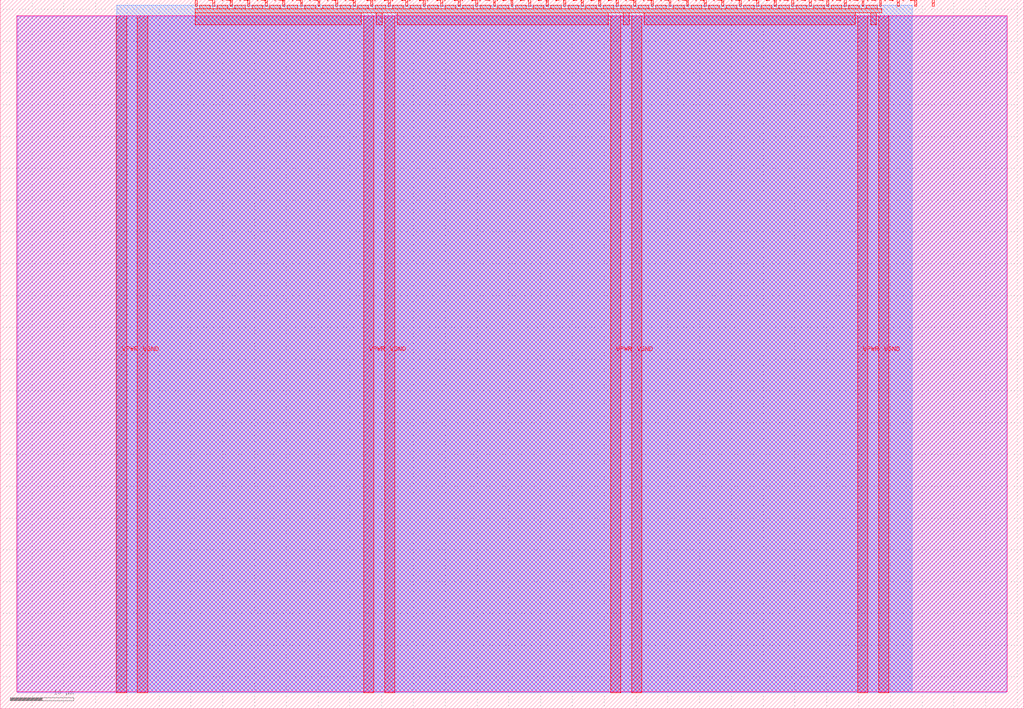
<source format=lef>
VERSION 5.7 ;
  NOWIREEXTENSIONATPIN ON ;
  DIVIDERCHAR "/" ;
  BUSBITCHARS "[]" ;
MACRO tt_um_wokwi_422962904571040769
  CLASS BLOCK ;
  FOREIGN tt_um_wokwi_422962904571040769 ;
  ORIGIN 0.000 0.000 ;
  SIZE 161.000 BY 111.520 ;
  PIN VGND
    DIRECTION INOUT ;
    USE GROUND ;
    PORT
      LAYER met4 ;
        RECT 21.580 2.480 23.180 109.040 ;
    END
    PORT
      LAYER met4 ;
        RECT 60.450 2.480 62.050 109.040 ;
    END
    PORT
      LAYER met4 ;
        RECT 99.320 2.480 100.920 109.040 ;
    END
    PORT
      LAYER met4 ;
        RECT 138.190 2.480 139.790 109.040 ;
    END
  END VGND
  PIN VPWR
    DIRECTION INOUT ;
    USE POWER ;
    PORT
      LAYER met4 ;
        RECT 18.280 2.480 19.880 109.040 ;
    END
    PORT
      LAYER met4 ;
        RECT 57.150 2.480 58.750 109.040 ;
    END
    PORT
      LAYER met4 ;
        RECT 96.020 2.480 97.620 109.040 ;
    END
    PORT
      LAYER met4 ;
        RECT 134.890 2.480 136.490 109.040 ;
    END
  END VPWR
  PIN clk
    DIRECTION INPUT ;
    USE SIGNAL ;
    PORT
      LAYER met4 ;
        RECT 143.830 110.520 144.130 111.520 ;
    END
  END clk
  PIN ena
    DIRECTION INPUT ;
    USE SIGNAL ;
    PORT
      LAYER met4 ;
        RECT 146.590 110.520 146.890 111.520 ;
    END
  END ena
  PIN rst_n
    DIRECTION INPUT ;
    USE SIGNAL ;
    PORT
      LAYER met4 ;
        RECT 141.070 110.520 141.370 111.520 ;
    END
  END rst_n
  PIN ui_in[0]
    DIRECTION INPUT ;
    USE SIGNAL ;
    ANTENNAGATEAREA 0.196500 ;
    PORT
      LAYER met4 ;
        RECT 138.310 110.520 138.610 111.520 ;
    END
  END ui_in[0]
  PIN ui_in[1]
    DIRECTION INPUT ;
    USE SIGNAL ;
    ANTENNAGATEAREA 0.196500 ;
    PORT
      LAYER met4 ;
        RECT 135.550 110.520 135.850 111.520 ;
    END
  END ui_in[1]
  PIN ui_in[2]
    DIRECTION INPUT ;
    USE SIGNAL ;
    ANTENNAGATEAREA 0.196500 ;
    PORT
      LAYER met4 ;
        RECT 132.790 110.520 133.090 111.520 ;
    END
  END ui_in[2]
  PIN ui_in[3]
    DIRECTION INPUT ;
    USE SIGNAL ;
    ANTENNAGATEAREA 0.196500 ;
    PORT
      LAYER met4 ;
        RECT 130.030 110.520 130.330 111.520 ;
    END
  END ui_in[3]
  PIN ui_in[4]
    DIRECTION INPUT ;
    USE SIGNAL ;
    ANTENNAGATEAREA 0.196500 ;
    PORT
      LAYER met4 ;
        RECT 127.270 110.520 127.570 111.520 ;
    END
  END ui_in[4]
  PIN ui_in[5]
    DIRECTION INPUT ;
    USE SIGNAL ;
    ANTENNAGATEAREA 0.196500 ;
    PORT
      LAYER met4 ;
        RECT 124.510 110.520 124.810 111.520 ;
    END
  END ui_in[5]
  PIN ui_in[6]
    DIRECTION INPUT ;
    USE SIGNAL ;
    ANTENNAGATEAREA 0.196500 ;
    PORT
      LAYER met4 ;
        RECT 121.750 110.520 122.050 111.520 ;
    END
  END ui_in[6]
  PIN ui_in[7]
    DIRECTION INPUT ;
    USE SIGNAL ;
    ANTENNAGATEAREA 0.196500 ;
    PORT
      LAYER met4 ;
        RECT 118.990 110.520 119.290 111.520 ;
    END
  END ui_in[7]
  PIN uio_in[0]
    DIRECTION INPUT ;
    USE SIGNAL ;
    PORT
      LAYER met4 ;
        RECT 116.230 110.520 116.530 111.520 ;
    END
  END uio_in[0]
  PIN uio_in[1]
    DIRECTION INPUT ;
    USE SIGNAL ;
    PORT
      LAYER met4 ;
        RECT 113.470 110.520 113.770 111.520 ;
    END
  END uio_in[1]
  PIN uio_in[2]
    DIRECTION INPUT ;
    USE SIGNAL ;
    PORT
      LAYER met4 ;
        RECT 110.710 110.520 111.010 111.520 ;
    END
  END uio_in[2]
  PIN uio_in[3]
    DIRECTION INPUT ;
    USE SIGNAL ;
    PORT
      LAYER met4 ;
        RECT 107.950 110.520 108.250 111.520 ;
    END
  END uio_in[3]
  PIN uio_in[4]
    DIRECTION INPUT ;
    USE SIGNAL ;
    PORT
      LAYER met4 ;
        RECT 105.190 110.520 105.490 111.520 ;
    END
  END uio_in[4]
  PIN uio_in[5]
    DIRECTION INPUT ;
    USE SIGNAL ;
    PORT
      LAYER met4 ;
        RECT 102.430 110.520 102.730 111.520 ;
    END
  END uio_in[5]
  PIN uio_in[6]
    DIRECTION INPUT ;
    USE SIGNAL ;
    PORT
      LAYER met4 ;
        RECT 99.670 110.520 99.970 111.520 ;
    END
  END uio_in[6]
  PIN uio_in[7]
    DIRECTION INPUT ;
    USE SIGNAL ;
    PORT
      LAYER met4 ;
        RECT 96.910 110.520 97.210 111.520 ;
    END
  END uio_in[7]
  PIN uio_oe[0]
    DIRECTION OUTPUT ;
    USE SIGNAL ;
    PORT
      LAYER met4 ;
        RECT 49.990 110.520 50.290 111.520 ;
    END
  END uio_oe[0]
  PIN uio_oe[1]
    DIRECTION OUTPUT ;
    USE SIGNAL ;
    PORT
      LAYER met4 ;
        RECT 47.230 110.520 47.530 111.520 ;
    END
  END uio_oe[1]
  PIN uio_oe[2]
    DIRECTION OUTPUT ;
    USE SIGNAL ;
    PORT
      LAYER met4 ;
        RECT 44.470 110.520 44.770 111.520 ;
    END
  END uio_oe[2]
  PIN uio_oe[3]
    DIRECTION OUTPUT ;
    USE SIGNAL ;
    PORT
      LAYER met4 ;
        RECT 41.710 110.520 42.010 111.520 ;
    END
  END uio_oe[3]
  PIN uio_oe[4]
    DIRECTION OUTPUT ;
    USE SIGNAL ;
    PORT
      LAYER met4 ;
        RECT 38.950 110.520 39.250 111.520 ;
    END
  END uio_oe[4]
  PIN uio_oe[5]
    DIRECTION OUTPUT ;
    USE SIGNAL ;
    PORT
      LAYER met4 ;
        RECT 36.190 110.520 36.490 111.520 ;
    END
  END uio_oe[5]
  PIN uio_oe[6]
    DIRECTION OUTPUT ;
    USE SIGNAL ;
    PORT
      LAYER met4 ;
        RECT 33.430 110.520 33.730 111.520 ;
    END
  END uio_oe[6]
  PIN uio_oe[7]
    DIRECTION OUTPUT ;
    USE SIGNAL ;
    PORT
      LAYER met4 ;
        RECT 30.670 110.520 30.970 111.520 ;
    END
  END uio_oe[7]
  PIN uio_out[0]
    DIRECTION OUTPUT ;
    USE SIGNAL ;
    PORT
      LAYER met4 ;
        RECT 72.070 110.520 72.370 111.520 ;
    END
  END uio_out[0]
  PIN uio_out[1]
    DIRECTION OUTPUT ;
    USE SIGNAL ;
    PORT
      LAYER met4 ;
        RECT 69.310 110.520 69.610 111.520 ;
    END
  END uio_out[1]
  PIN uio_out[2]
    DIRECTION OUTPUT ;
    USE SIGNAL ;
    PORT
      LAYER met4 ;
        RECT 66.550 110.520 66.850 111.520 ;
    END
  END uio_out[2]
  PIN uio_out[3]
    DIRECTION OUTPUT ;
    USE SIGNAL ;
    PORT
      LAYER met4 ;
        RECT 63.790 110.520 64.090 111.520 ;
    END
  END uio_out[3]
  PIN uio_out[4]
    DIRECTION OUTPUT ;
    USE SIGNAL ;
    PORT
      LAYER met4 ;
        RECT 61.030 110.520 61.330 111.520 ;
    END
  END uio_out[4]
  PIN uio_out[5]
    DIRECTION OUTPUT ;
    USE SIGNAL ;
    PORT
      LAYER met4 ;
        RECT 58.270 110.520 58.570 111.520 ;
    END
  END uio_out[5]
  PIN uio_out[6]
    DIRECTION OUTPUT ;
    USE SIGNAL ;
    PORT
      LAYER met4 ;
        RECT 55.510 110.520 55.810 111.520 ;
    END
  END uio_out[6]
  PIN uio_out[7]
    DIRECTION OUTPUT ;
    USE SIGNAL ;
    PORT
      LAYER met4 ;
        RECT 52.750 110.520 53.050 111.520 ;
    END
  END uio_out[7]
  PIN uo_out[0]
    DIRECTION OUTPUT ;
    USE SIGNAL ;
    ANTENNADIFFAREA 0.445500 ;
    PORT
      LAYER met4 ;
        RECT 94.150 110.520 94.450 111.520 ;
    END
  END uo_out[0]
  PIN uo_out[1]
    DIRECTION OUTPUT ;
    USE SIGNAL ;
    ANTENNADIFFAREA 0.445500 ;
    PORT
      LAYER met4 ;
        RECT 91.390 110.520 91.690 111.520 ;
    END
  END uo_out[1]
  PIN uo_out[2]
    DIRECTION OUTPUT ;
    USE SIGNAL ;
    ANTENNADIFFAREA 0.445500 ;
    PORT
      LAYER met4 ;
        RECT 88.630 110.520 88.930 111.520 ;
    END
  END uo_out[2]
  PIN uo_out[3]
    DIRECTION OUTPUT ;
    USE SIGNAL ;
    ANTENNADIFFAREA 0.445500 ;
    PORT
      LAYER met4 ;
        RECT 85.870 110.520 86.170 111.520 ;
    END
  END uo_out[3]
  PIN uo_out[4]
    DIRECTION OUTPUT ;
    USE SIGNAL ;
    ANTENNADIFFAREA 0.445500 ;
    PORT
      LAYER met4 ;
        RECT 83.110 110.520 83.410 111.520 ;
    END
  END uo_out[4]
  PIN uo_out[5]
    DIRECTION OUTPUT ;
    USE SIGNAL ;
    ANTENNADIFFAREA 0.445500 ;
    PORT
      LAYER met4 ;
        RECT 80.350 110.520 80.650 111.520 ;
    END
  END uo_out[5]
  PIN uo_out[6]
    DIRECTION OUTPUT ;
    USE SIGNAL ;
    ANTENNADIFFAREA 0.445500 ;
    PORT
      LAYER met4 ;
        RECT 77.590 110.520 77.890 111.520 ;
    END
  END uo_out[6]
  PIN uo_out[7]
    DIRECTION OUTPUT ;
    USE SIGNAL ;
    ANTENNADIFFAREA 0.445500 ;
    PORT
      LAYER met4 ;
        RECT 74.830 110.520 75.130 111.520 ;
    END
  END uo_out[7]
  OBS
      LAYER nwell ;
        RECT 2.570 2.635 158.430 108.990 ;
      LAYER li1 ;
        RECT 2.760 2.635 158.240 108.885 ;
      LAYER met1 ;
        RECT 2.760 2.480 158.240 109.040 ;
      LAYER met2 ;
        RECT 18.310 2.535 143.430 110.685 ;
      LAYER met3 ;
        RECT 18.290 2.555 143.455 110.665 ;
      LAYER met4 ;
        RECT 31.370 110.120 33.030 110.665 ;
        RECT 34.130 110.120 35.790 110.665 ;
        RECT 36.890 110.120 38.550 110.665 ;
        RECT 39.650 110.120 41.310 110.665 ;
        RECT 42.410 110.120 44.070 110.665 ;
        RECT 45.170 110.120 46.830 110.665 ;
        RECT 47.930 110.120 49.590 110.665 ;
        RECT 50.690 110.120 52.350 110.665 ;
        RECT 53.450 110.120 55.110 110.665 ;
        RECT 56.210 110.120 57.870 110.665 ;
        RECT 58.970 110.120 60.630 110.665 ;
        RECT 61.730 110.120 63.390 110.665 ;
        RECT 64.490 110.120 66.150 110.665 ;
        RECT 67.250 110.120 68.910 110.665 ;
        RECT 70.010 110.120 71.670 110.665 ;
        RECT 72.770 110.120 74.430 110.665 ;
        RECT 75.530 110.120 77.190 110.665 ;
        RECT 78.290 110.120 79.950 110.665 ;
        RECT 81.050 110.120 82.710 110.665 ;
        RECT 83.810 110.120 85.470 110.665 ;
        RECT 86.570 110.120 88.230 110.665 ;
        RECT 89.330 110.120 90.990 110.665 ;
        RECT 92.090 110.120 93.750 110.665 ;
        RECT 94.850 110.120 96.510 110.665 ;
        RECT 97.610 110.120 99.270 110.665 ;
        RECT 100.370 110.120 102.030 110.665 ;
        RECT 103.130 110.120 104.790 110.665 ;
        RECT 105.890 110.120 107.550 110.665 ;
        RECT 108.650 110.120 110.310 110.665 ;
        RECT 111.410 110.120 113.070 110.665 ;
        RECT 114.170 110.120 115.830 110.665 ;
        RECT 116.930 110.120 118.590 110.665 ;
        RECT 119.690 110.120 121.350 110.665 ;
        RECT 122.450 110.120 124.110 110.665 ;
        RECT 125.210 110.120 126.870 110.665 ;
        RECT 127.970 110.120 129.630 110.665 ;
        RECT 130.730 110.120 132.390 110.665 ;
        RECT 133.490 110.120 135.150 110.665 ;
        RECT 136.250 110.120 137.910 110.665 ;
        RECT 30.655 109.440 138.625 110.120 ;
        RECT 30.655 107.615 56.750 109.440 ;
        RECT 59.150 107.615 60.050 109.440 ;
        RECT 62.450 107.615 95.620 109.440 ;
        RECT 98.020 107.615 98.920 109.440 ;
        RECT 101.320 107.615 134.490 109.440 ;
        RECT 136.890 107.615 137.790 109.440 ;
  END
END tt_um_wokwi_422962904571040769
END LIBRARY


</source>
